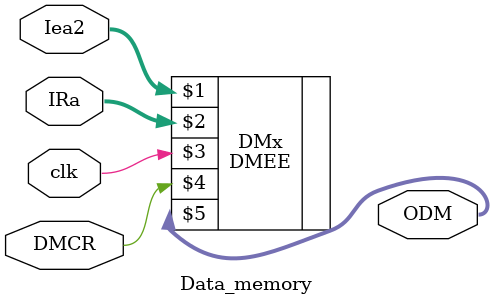
<source format=v>
`timescale 1ns / 1ps
module Data_memory(
    input [7:0] Iea2,
    input [7:0] IRa,
    input clk,
    input DMCR,
    output [7:0] ODM
    );
DMEE DMx(Iea2, IRa, clk, DMCR, ODM);

endmodule

</source>
